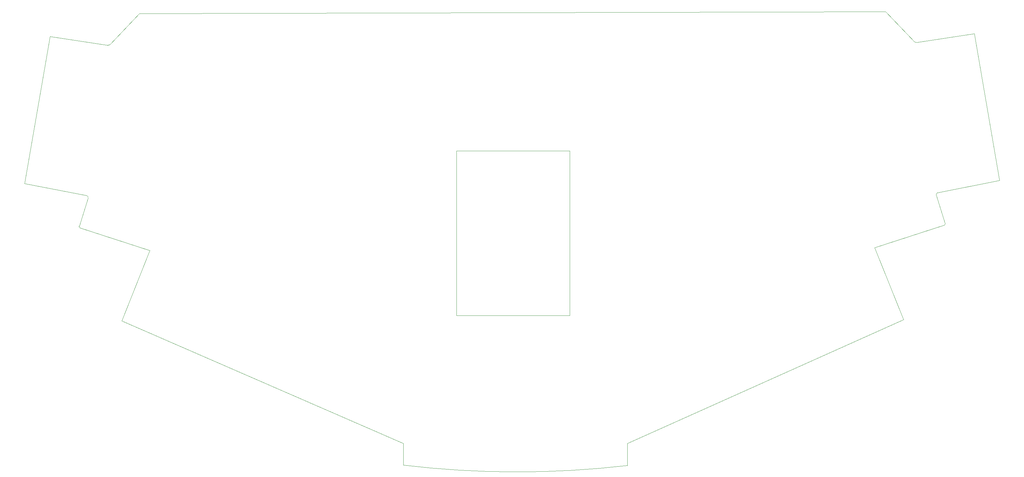
<source format=gbr>
%TF.GenerationSoftware,KiCad,Pcbnew,7.0.2*%
%TF.CreationDate,2024-07-27T16:15:35+02:00*%
%TF.ProjectId,Ghazal,4768617a-616c-42e6-9b69-6361645f7063,rev?*%
%TF.SameCoordinates,Original*%
%TF.FileFunction,Profile,NP*%
%FSLAX46Y46*%
G04 Gerber Fmt 4.6, Leading zero omitted, Abs format (unit mm)*
G04 Created by KiCad (PCBNEW 7.0.2) date 2024-07-27 16:15:35*
%MOMM*%
%LPD*%
G01*
G04 APERTURE LIST*
%TA.AperFunction,Profile*%
%ADD10C,0.050000*%
%TD*%
G04 APERTURE END LIST*
D10*
X36072444Y-81754349D02*
G75*
G03*
X35668610Y-81096953I-531644J126149D01*
G01*
X181198000Y-147940000D02*
X181186887Y-153871771D01*
X41366927Y-40608032D02*
G75*
G03*
X42021195Y-40373084I127273J674032D01*
G01*
X258371117Y-39627050D02*
G75*
G03*
X259025338Y-39862008I526983J439050D01*
G01*
X18948000Y-77840000D02*
X25851112Y-38235921D01*
X120883074Y-153758332D02*
G75*
G03*
X181186887Y-153871770I30632026J255175332D01*
G01*
X255498000Y-114540000D02*
X247748000Y-95190000D01*
X36072498Y-81754362D02*
X33678087Y-89357981D01*
X33678066Y-89357973D02*
G75*
G03*
X33890068Y-89808004I324834J-121927D01*
G01*
X165698000Y-69070000D02*
X165698000Y-113440000D01*
X135218000Y-69070000D02*
X165698000Y-69070000D01*
X135218000Y-113440000D02*
X135218000Y-69070000D01*
X52698000Y-95940000D02*
X45148000Y-114890000D01*
X165698000Y-113440000D02*
X135218000Y-113440000D01*
X33890068Y-89808005D02*
X52698000Y-95940000D01*
X41366931Y-40608012D02*
X25851112Y-38235921D01*
X258371081Y-39627080D02*
X250717536Y-31535278D01*
X247748000Y-95190000D02*
X266502205Y-89062004D01*
X49848000Y-32090000D02*
X42021195Y-40373084D01*
X45148000Y-114890000D02*
X120898000Y-147890000D01*
X18948000Y-77840000D02*
X35668610Y-81096953D01*
X264723663Y-80350955D02*
G75*
G03*
X264319779Y-81008360I127737J-531245D01*
G01*
X264723662Y-80350950D02*
X281348000Y-77040000D01*
X274541160Y-37489926D02*
X259025338Y-39862009D01*
X266502196Y-89061977D02*
G75*
G03*
X266714188Y-88611977I-112596J327977D01*
G01*
X120898000Y-147890000D02*
X120883074Y-153758333D01*
X266714188Y-88611977D02*
X264319778Y-81008360D01*
X181198000Y-147940000D02*
X255498000Y-114540000D01*
X250717536Y-31535278D02*
X49848000Y-32090000D01*
X281348000Y-77040000D02*
X274541160Y-37489926D01*
M02*

</source>
